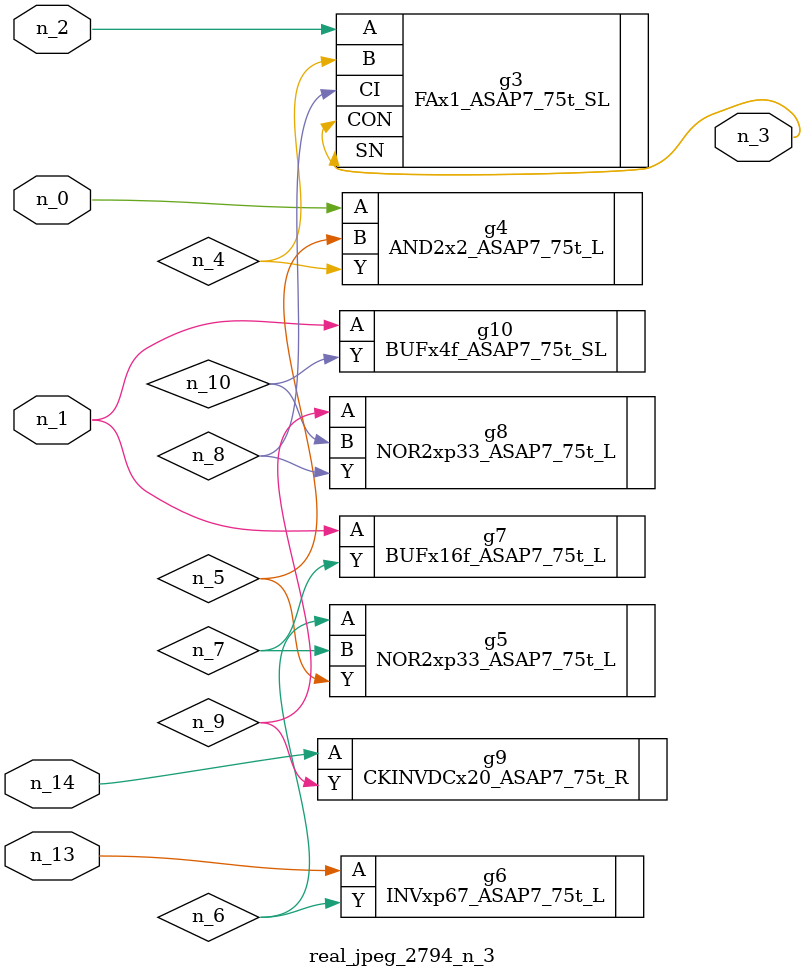
<source format=v>
module real_jpeg_2794_n_3 (n_0, n_1, n_14, n_2, n_13, n_3);

input n_0;
input n_1;
input n_14;
input n_2;
input n_13;

output n_3;

wire n_5;
wire n_4;
wire n_8;
wire n_6;
wire n_7;
wire n_10;
wire n_9;

AND2x2_ASAP7_75t_L g4 ( 
.A(n_0),
.B(n_5),
.Y(n_4)
);

BUFx16f_ASAP7_75t_L g7 ( 
.A(n_1),
.Y(n_7)
);

BUFx4f_ASAP7_75t_SL g10 ( 
.A(n_1),
.Y(n_10)
);

FAx1_ASAP7_75t_SL g3 ( 
.A(n_2),
.B(n_4),
.CI(n_8),
.CON(n_3),
.SN(n_3)
);

NOR2xp33_ASAP7_75t_L g5 ( 
.A(n_6),
.B(n_7),
.Y(n_5)
);

NOR2xp33_ASAP7_75t_L g8 ( 
.A(n_9),
.B(n_10),
.Y(n_8)
);

INVxp67_ASAP7_75t_L g6 ( 
.A(n_13),
.Y(n_6)
);

CKINVDCx20_ASAP7_75t_R g9 ( 
.A(n_14),
.Y(n_9)
);


endmodule
</source>
